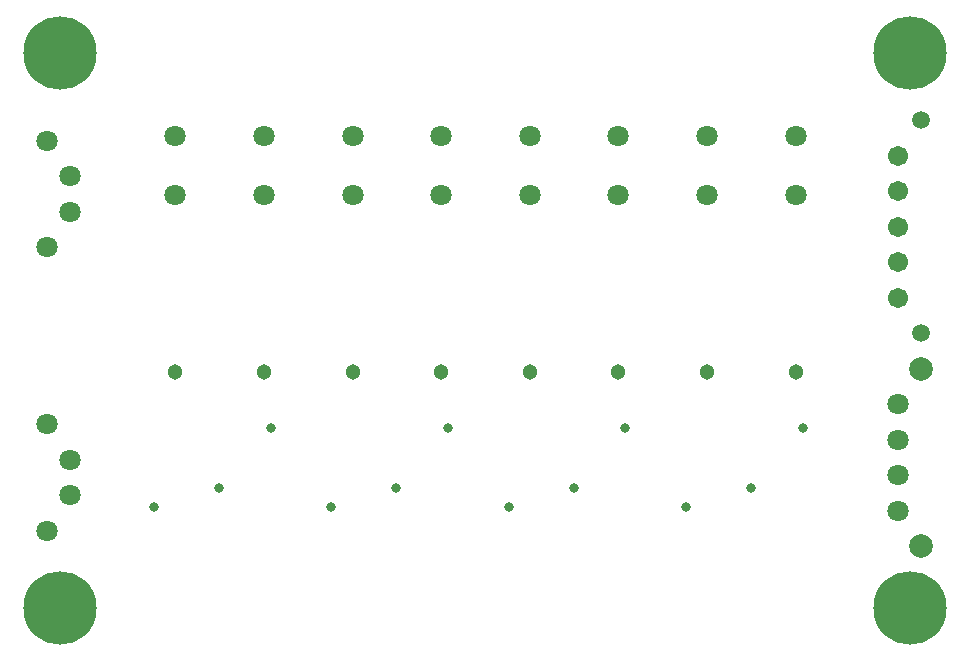
<source format=gbs>
G04*
G04 #@! TF.GenerationSoftware,Altium Limited,Altium Designer,18.1.9 (240)*
G04*
G04 Layer_Color=16711935*
%FSLAX25Y25*%
%MOIN*%
G70*
G01*
G75*
%ADD28C,0.06706*%
%ADD29C,0.07099*%
%ADD30C,0.05131*%
%ADD31C,0.24422*%
%ADD32C,0.05918*%
%ADD33C,0.03162*%
%ADD34C,0.07887*%
D28*
X295276Y119095D02*
D03*
Y130905D02*
D03*
Y142717D02*
D03*
Y154528D02*
D03*
Y166339D02*
D03*
D29*
Y48031D02*
D03*
Y59842D02*
D03*
Y71653D02*
D03*
Y83465D02*
D03*
X231496Y153347D02*
D03*
Y173031D02*
D03*
X261024D02*
D03*
Y153347D02*
D03*
X172441D02*
D03*
Y173031D02*
D03*
X201969D02*
D03*
Y153347D02*
D03*
X113386D02*
D03*
Y173031D02*
D03*
X142913D02*
D03*
Y153347D02*
D03*
X54331D02*
D03*
Y173031D02*
D03*
X83858D02*
D03*
Y153347D02*
D03*
X19331Y65059D02*
D03*
Y53248D02*
D03*
Y159547D02*
D03*
Y147736D02*
D03*
X11614Y76870D02*
D03*
Y41437D02*
D03*
Y171358D02*
D03*
Y135925D02*
D03*
D30*
X261024Y94291D02*
D03*
X231496D02*
D03*
X201969D02*
D03*
X172441D02*
D03*
X142913D02*
D03*
X113386D02*
D03*
X83858D02*
D03*
X54331D02*
D03*
D31*
X299213Y15748D02*
D03*
X15748Y200787D02*
D03*
X299213D02*
D03*
X15748Y15748D02*
D03*
D32*
X302992Y107283D02*
D03*
Y178150D02*
D03*
D33*
X47244Y49213D02*
D03*
X106299D02*
D03*
X165354D02*
D03*
X246063Y55709D02*
D03*
X187008D02*
D03*
X127953D02*
D03*
X68898D02*
D03*
X224410Y49213D02*
D03*
X86221Y75590D02*
D03*
X145276D02*
D03*
X204331D02*
D03*
X263386D02*
D03*
D34*
X302992Y36220D02*
D03*
Y95276D02*
D03*
M02*

</source>
